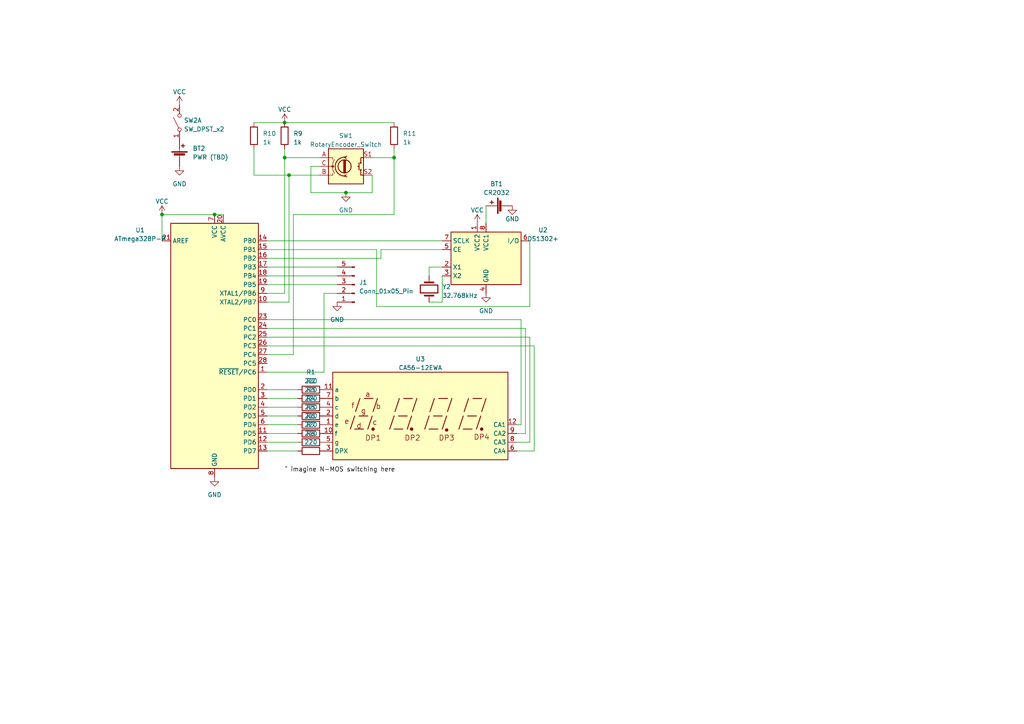
<source format=kicad_sch>
(kicad_sch (version 20230121) (generator eeschema)
  (paper "A4")
  (lib_symbols
    (symbol "Connector:Conn_01x05_Pin" (pin_names (offset 1.016) hide)
      (property "Reference" "J" (at 0 7.62 0))
      (property "Value" "Conn_01x05_Pin" (at 0 -7.62 0))
      (symbol "Conn_01x05_Pin_1_1"
        (polyline (pts (xy 1.27 -5.08) (xy 0.8636 -5.08)) (stroke (width 0.1524)))
        (polyline (pts (xy 1.27 -2.54) (xy 0.8636 -2.54)) (stroke (width 0.1524)))
        (polyline (pts (xy 1.27 0) (xy 0.8636 0)) (stroke (width 0.1524)))
        (polyline (pts (xy 1.27 2.54) (xy 0.8636 2.54)) (stroke (width 0.1524)))
        (polyline (pts (xy 1.27 5.08) (xy 0.8636 5.08)) (stroke (width 0.1524)))
        (rectangle (start 0.8636 -4.953) (end 0 -5.207) (stroke (width 0.1524)) (fill (type outline)))
        (rectangle (start 0.8636 -2.413) (end 0 -2.667) (stroke (width 0.1524)) (fill (type outline)))
        (rectangle (start 0.8636 0.127) (end 0 -0.127) (stroke (width 0.1524)) (fill (type outline)))
        (rectangle (start 0.8636 2.667) (end 0 2.413) (stroke (width 0.1524)) (fill (type outline)))
        (rectangle (start 0.8636 5.207) (end 0 4.953) (stroke (width 0.1524)) (fill (type outline)))
        (pin passive line (at 5.08 5.08 180) (length 3.81) (name "Pin_1") (number "1"))
        (pin passive line (at 5.08 2.54 180) (length 3.81) (name "Pin_2") (number "2"))
        (pin passive line (at 5.08 0 180) (length 3.81) (name "Pin_3") (number "3"))
        (pin passive line (at 5.08 -2.54 180) (length 3.81) (name "Pin_4") (number "4"))
        (pin passive line (at 5.08 -5.08 180) (length 3.81) (name "Pin_5") (number "5"))
      )
    )
    (symbol "Device:Battery_Cell" (pin_numbers hide) (pin_names (offset 0) hide)
      (property "Reference" "BT" (at 2.54 2.54 0))
      (property "Value" "Battery_Cell" (at 2.54 0 0))
      (symbol "Battery_Cell_0_1"
        (rectangle (start -2.286 1.778) (end 2.286 1.524) (fill (type outline)))
        (rectangle (start -1.5748 1.1938) (end 1.4732 0.6858) (fill (type outline)))
        (polyline (pts (xy 0 0.762) (xy 0 0)))
        (polyline (pts (xy 0 1.778) (xy 0 2.54)))
        (polyline (pts (xy 0.508 3.429) (xy 1.524 3.429)) (stroke (width 0.254)))
        (polyline (pts (xy 1.016 3.937) (xy 1.016 2.921)) (stroke (width 0.254)))
      )
      (symbol "Battery_Cell_1_1"
        (pin passive line (at 0 5.08 270) (length 2.54) (name "+") (number "1"))
        (pin passive line (at 0 -2.54 90) (length 2.54) (name "-") (number "2"))
      )
    )
    (symbol "Device:Crystal" (pin_numbers hide) (pin_names (offset 1.016) hide)
      (property "Reference" "Y" (at 0 3.81 0))
      (property "Value" "Crystal" (at 0 -3.81 0))
      (symbol "Crystal_0_1"
        (rectangle (start -1.143 2.54) (end 1.143 -2.54) (stroke (width 0.3048)))
        (polyline (pts (xy -2.54 0) (xy -1.905 0)))
        (polyline (pts (xy -1.905 -1.27) (xy -1.905 1.27)) (stroke (width 0.508)))
        (polyline (pts (xy 1.905 -1.27) (xy 1.905 1.27)) (stroke (width 0.508)))
        (polyline (pts (xy 2.54 0) (xy 1.905 0)))
      )
      (symbol "Crystal_1_1"
        (pin passive line (at -3.81 0 0) (length 1.27) (name "1") (number "1"))
        (pin passive line (at 3.81 0 180) (length 1.27) (name "2") (number "2"))
      )
    )
    (symbol "Device:R" (pin_numbers hide) (pin_names (offset 0))
      (property "Reference" "R" (at 2.032 0 90))
      (property "Value" "R" (at 0 0 90))
      (symbol "R_0_1"
        (rectangle (start -1.016 -2.54) (end 1.016 2.54) (stroke (width 0.254)))
      )
      (symbol "R_1_1"
        (pin passive line (at 0 3.81 270) (length 1.27) (name "~") (number "1"))
        (pin passive line (at 0 -3.81 90) (length 1.27) (name "~") (number "2"))
      )
    )
    (symbol "Device:RotaryEncoder_Switch" (pin_names (offset 0.254) hide)
      (property "Reference" "SW" (at 0 6.604 0))
      (property "Value" "RotaryEncoder_Switch" (at 0 -6.604 0))
      (symbol "RotaryEncoder_Switch_0_1"
        (rectangle (start -5.08 5.08) (end 5.08 -5.08) (stroke (width 0.254)) (fill (type background)))
        (circle (center -3.81 0) (radius 0.254) (fill (type outline)))
        (circle (center -0.381 0) (radius 1.905) (stroke (width 0.254)))
        (arc (start -0.381 2.667) (mid -3.0988 -0.0635) (end -0.381 -2.794) (stroke (width 0.254)))
        (polyline (pts (xy -0.635 -1.778) (xy -0.635 1.778)) (stroke (width 0.254)))
        (polyline (pts (xy -0.381 -1.778) (xy -0.381 1.778)) (stroke (width 0.254)))
        (polyline (pts (xy -0.127 1.778) (xy -0.127 -1.778)) (stroke (width 0.254)))
        (polyline (pts (xy 3.81 0) (xy 3.429 0)) (stroke (width 0.254)))
        (polyline (pts (xy 3.81 1.016) (xy 3.81 -1.016)) (stroke (width 0.254)))
        (polyline (pts (xy -5.08 -2.54) (xy -3.81 -2.54) (xy -3.81 -2.032)))
        (polyline (pts (xy -5.08 2.54) (xy -3.81 2.54) (xy -3.81 2.032)))
        (polyline (pts (xy 0.254 -3.048) (xy -0.508 -2.794) (xy 0.127 -2.413)) (stroke (width 0.254)))
        (polyline (pts (xy 0.254 2.921) (xy -0.508 2.667) (xy 0.127 2.286)) (stroke (width 0.254)))
        (polyline (pts (xy 5.08 -2.54) (xy 4.318 -2.54) (xy 4.318 -1.016)) (stroke (width 0.254)))
        (polyline (pts (xy 5.08 2.54) (xy 4.318 2.54) (xy 4.318 1.016)) (stroke (width 0.254)))
        (polyline (pts (xy -5.08 0) (xy -3.81 0) (xy -3.81 -1.016) (xy -3.302 -2.032)))
        (polyline (pts (xy -4.318 0) (xy -3.81 0) (xy -3.81 1.016) (xy -3.302 2.032)))
        (circle (center 4.318 -1.016) (radius 0.127) (stroke (width 0.254)))
        (circle (center 4.318 1.016) (radius 0.127) (stroke (width 0.254)))
      )
      (symbol "RotaryEncoder_Switch_1_1"
        (pin passive line (at -7.62 2.54 0) (length 2.54) (name "A") (number "A"))
        (pin passive line (at -7.62 -2.54 0) (length 2.54) (name "B") (number "B"))
        (pin passive line (at -7.62 0 0) (length 2.54) (name "C") (number "C"))
        (pin passive line (at 7.62 2.54 180) (length 2.54) (name "S1") (number "S1"))
        (pin passive line (at 7.62 -2.54 180) (length 2.54) (name "S2") (number "S2"))
      )
    )
    (symbol "Display_Character:CA56-12EWA"
      (property "Reference" "U" (at -24.13 13.97 0))
      (property "Value" "CA56-12EWA" (at 19.05 13.97 0))
      (symbol "CA56-12EWA_0_0"
        (rectangle (start -25.4 12.7) (end 25.4 -12.7) (stroke (width 0.254)) (fill (type background)))
        (polyline (pts (xy -20.32 -3.81) (xy -19.05 0)) (stroke (width 0.254)))
        (polyline (pts (xy -19.05 -3.81) (xy -16.51 -3.81)) (stroke (width 0.254)))
        (polyline (pts (xy -18.796 1.27) (xy -17.526 5.08)) (stroke (width 0.254)))
        (polyline (pts (xy -17.78 0) (xy -15.24 0)) (stroke (width 0.254)))
        (polyline (pts (xy -16.256 5.08) (xy -13.716 5.08)) (stroke (width 0.254)))
        (polyline (pts (xy -15.24 -3.81) (xy -13.97 0)) (stroke (width 0.254)))
        (polyline (pts (xy -13.716 1.27) (xy -12.446 5.08)) (stroke (width 0.254)))
        (polyline (pts (xy -8.89 -3.81) (xy -7.62 0)) (stroke (width 0.254)))
        (polyline (pts (xy -7.62 -3.81) (xy -5.08 -3.81)) (stroke (width 0.254)))
        (polyline (pts (xy -7.366 1.27) (xy -6.096 5.08)) (stroke (width 0.254)))
        (polyline (pts (xy -6.35 0) (xy -3.81 0)) (stroke (width 0.254)))
        (polyline (pts (xy -4.826 5.08) (xy -2.286 5.08)) (stroke (width 0.254)))
        (polyline (pts (xy -3.81 -3.81) (xy -2.54 0)) (stroke (width 0.254)))
        (polyline (pts (xy -2.286 1.27) (xy -1.016 5.08)) (stroke (width 0.254)))
        (polyline (pts (xy 1.27 -3.81) (xy 2.54 0)) (stroke (width 0.254)))
        (polyline (pts (xy 2.54 -3.81) (xy 5.08 -3.81)) (stroke (width 0.254)))
        (polyline (pts (xy 2.794 1.27) (xy 4.064 5.08)) (stroke (width 0.254)))
        (polyline (pts (xy 3.81 0) (xy 6.35 0)) (stroke (width 0.254)))
        (polyline (pts (xy 5.334 5.08) (xy 7.874 5.08)) (stroke (width 0.254)))
        (polyline (pts (xy 6.35 -3.81) (xy 7.62 0)) (stroke (width 0.254)))
        (polyline (pts (xy 7.874 1.27) (xy 9.144 5.08)) (stroke (width 0.254)))
        (polyline (pts (xy 11.176 -3.81) (xy 12.446 0)) (stroke (width 0.254)))
        (polyline (pts (xy 12.446 -3.81) (xy 14.986 -3.81)) (stroke (width 0.254)))
        (polyline (pts (xy 12.7 1.27) (xy 13.97 5.08)) (stroke (width 0.254)))
        (polyline (pts (xy 13.716 0) (xy 16.256 0)) (stroke (width 0.254)))
        (polyline (pts (xy 15.24 5.08) (xy 17.78 5.08)) (stroke (width 0.254)))
        (polyline (pts (xy 16.256 -3.81) (xy 17.526 0)) (stroke (width 0.254)))
        (polyline (pts (xy 17.78 1.27) (xy 19.05 5.08)) (stroke (width 0.254)))
        (text "a" (at -15.24 6.35 0) (effects (font (size 1.524 1.524))))
        (text "b" (at -12.192 2.794 0) (effects (font (size 1.524 1.524))))
        (text "c" (at -13.208 -1.778 0) (effects (font (size 1.524 1.524))))
        (text "d" (at -17.78 -2.794 0) (effects (font (size 1.524 1.524))))
        (text "DP1" (at -13.716 -6.35 0) (effects (font (size 1.524 1.524))))
        (text "DP2" (at -2.286 -6.35 0) (effects (font (size 1.524 1.524))))
        (text "DP3" (at 7.62 -6.35 0) (effects (font (size 1.524 1.524))))
        (text "DP4" (at 17.78 -6.096 0) (effects (font (size 1.524 1.524))))
        (text "e" (at -21.336 -1.524 0) (effects (font (size 1.524 1.524))))
        (text "f" (at -19.558 3.048 0) (effects (font (size 1.524 1.524))))
        (text "g" (at -16.51 1.524 0) (effects (font (size 1.524 1.524))))
      )
      (symbol "CA56-12EWA_0_1"
        (circle (center -13.716 -3.81) (radius 0.3556) (stroke (width 0.254)) (fill (type outline)))
        (circle (center -2.54 -3.81) (radius 0.3556) (stroke (width 0.254)) (fill (type outline)))
      )
      (symbol "CA56-12EWA_1_0"
        (circle (center 7.62 -4.064) (radius 0.3556) (stroke (width 0.254)) (fill (type outline)))
        (circle (center 17.78 -3.81) (radius 0.3556) (stroke (width 0.254)) (fill (type outline)))
      )
      (symbol "CA56-12EWA_1_1"
        (pin input line (at -27.94 -2.54 0) (length 2.54) (name "e") (number "1"))
        (pin input line (at -27.94 -5.08 0) (length 2.54) (name "f") (number "10"))
        (pin input line (at -27.94 7.62 0) (length 2.54) (name "a") (number "11"))
        (pin input line (at 27.94 -2.54 180) (length 2.54) (name "CA1") (number "12"))
        (pin input line (at -27.94 0 0) (length 2.54) (name "d") (number "2"))
        (pin input line (at -27.94 -10.16 0) (length 2.54) (name "DPX") (number "3"))
        (pin input line (at -27.94 2.54 0) (length 2.54) (name "c") (number "4"))
        (pin input line (at -27.94 -7.62 0) (length 2.54) (name "g") (number "5"))
        (pin input line (at 27.94 -10.16 180) (length 2.54) (name "CA4") (number "6"))
        (pin input line (at -27.94 5.08 0) (length 2.54) (name "b") (number "7"))
        (pin input line (at 27.94 -7.62 180) (length 2.54) (name "CA3") (number "8"))
        (pin input line (at 27.94 -5.08 180) (length 2.54) (name "CA2") (number "9"))
      )
    )
    (symbol "MCU_Microchip_ATmega:ATmega328P-P"
      (property "Reference" "U" (at -12.7 36.83 0))
      (property "Value" "ATmega328P-P" (at 2.54 -36.83 0))
      (symbol "ATmega328P-P_0_1"
        (rectangle (start -12.7 -35.56) (end 12.7 35.56) (stroke (width 0.254)) (fill (type background)))
      )
      (symbol "ATmega328P-P_1_1"
        (pin bidirectional line (at 15.24 -7.62 180) (length 2.54) (name "~{RESET}/PC6") (number "1"))
        (pin bidirectional line (at 15.24 12.7 180) (length 2.54) (name "XTAL2/PB7") (number "10"))
        (pin bidirectional line (at 15.24 -25.4 180) (length 2.54) (name "PD5") (number "11"))
        (pin bidirectional line (at 15.24 -27.94 180) (length 2.54) (name "PD6") (number "12"))
        (pin bidirectional line (at 15.24 -30.48 180) (length 2.54) (name "PD7") (number "13"))
        (pin bidirectional line (at 15.24 30.48 180) (length 2.54) (name "PB0") (number "14"))
        (pin bidirectional line (at 15.24 27.94 180) (length 2.54) (name "PB1") (number "15"))
        (pin bidirectional line (at 15.24 25.4 180) (length 2.54) (name "PB2") (number "16"))
        (pin bidirectional line (at 15.24 22.86 180) (length 2.54) (name "PB3") (number "17"))
        (pin bidirectional line (at 15.24 20.32 180) (length 2.54) (name "PB4") (number "18"))
        (pin bidirectional line (at 15.24 17.78 180) (length 2.54) (name "PB5") (number "19"))
        (pin bidirectional line (at 15.24 -12.7 180) (length 2.54) (name "PD0") (number "2"))
        (pin power_in line (at 2.54 38.1 270) (length 2.54) (name "AVCC") (number "20"))
        (pin passive line (at -15.24 30.48 0) (length 2.54) (name "AREF") (number "21"))
        (pin passive line (at 0 -38.1 90) (length 2.54) hide (name "GND") (number "22"))
        (pin bidirectional line (at 15.24 7.62 180) (length 2.54) (name "PC0") (number "23"))
        (pin bidirectional line (at 15.24 5.08 180) (length 2.54) (name "PC1") (number "24"))
        (pin bidirectional line (at 15.24 2.54 180) (length 2.54) (name "PC2") (number "25"))
        (pin bidirectional line (at 15.24 0 180) (length 2.54) (name "PC3") (number "26"))
        (pin bidirectional line (at 15.24 -2.54 180) (length 2.54) (name "PC4") (number "27"))
        (pin bidirectional line (at 15.24 -5.08 180) (length 2.54) (name "PC5") (number "28"))
        (pin bidirectional line (at 15.24 -15.24 180) (length 2.54) (name "PD1") (number "3"))
        (pin bidirectional line (at 15.24 -17.78 180) (length 2.54) (name "PD2") (number "4"))
        (pin bidirectional line (at 15.24 -20.32 180) (length 2.54) (name "PD3") (number "5"))
        (pin bidirectional line (at 15.24 -22.86 180) (length 2.54) (name "PD4") (number "6"))
        (pin power_in line (at 0 38.1 270) (length 2.54) (name "VCC") (number "7"))
        (pin power_in line (at 0 -38.1 90) (length 2.54) (name "GND") (number "8"))
        (pin bidirectional line (at 15.24 15.24 180) (length 2.54) (name "XTAL1/PB6") (number "9"))
      )
    )
    (symbol "Switch:SW_DPST_x2" (pin_names (offset 0) hide)
      (property "Reference" "SW" (at 0 3.175 0))
      (property "Value" "SW_DPST_x2" (at 0 -2.54 0))
      (symbol "SW_DPST_x2_0_0"
        (circle (center -2.032 0) (radius 0.508))
        (polyline (pts (xy -1.524 0.254) (xy 1.524 1.778)))
        (circle (center 2.032 0) (radius 0.508))
      )
      (symbol "SW_DPST_x2_1_1"
        (pin passive line (at -5.08 0 0) (length 2.54) (name "A") (number "1"))
        (pin passive line (at 5.08 0 180) (length 2.54) (name "B") (number "2"))
      )
      (symbol "SW_DPST_x2_2_1"
        (pin passive line (at -5.08 0 0) (length 2.54) (name "A") (number "3"))
        (pin passive line (at 5.08 0 180) (length 2.54) (name "B") (number "4"))
      )
    )
    (symbol "Timer_RTC:DS1302+"
      (property "Reference" "U" (at -8.89 8.89 0))
      (property "Value" "DS1302+" (at 6.35 8.89 0))
      (symbol "DS1302+_1_1"
        (rectangle (start -10.16 7.62) (end 10.16 -7.62) (stroke (width 0.254)) (fill (type background)))
        (pin power_in line (at -2.54 10.16 270) (length 2.54) (name "VCC2") (number "1"))
        (pin input line (at -12.7 -2.54 0) (length 2.54) (name "X1") (number "2"))
        (pin input line (at -12.7 -5.08 0) (length 2.54) (name "X2") (number "3"))
        (pin power_in line (at 0 -10.16 90) (length 2.54) (name "GND") (number "4"))
        (pin input line (at -12.7 2.54 0) (length 2.54) (name "CE") (number "5"))
        (pin bidirectional line (at 12.7 5.08 180) (length 2.54) (name "I/O") (number "6"))
        (pin input line (at -12.7 5.08 0) (length 2.54) (name "SCLK") (number "7"))
        (pin power_in line (at 0 10.16 270) (length 2.54) (name "VCC1") (number "8"))
      )
    )
    (symbol "power:GND" (power) (pin_names (offset 0))
      (property "Value" "GND" (at 0 -3.81 0))
      (symbol "GND_0_1"
        (polyline (pts (xy 0 0) (xy 0 -1.27) (xy 1.27 -1.27) (xy 0 -2.54) (xy -1.27 -1.27) (xy 0 -1.27)))
      )
      (symbol "GND_1_1"
        (pin power_in line (at 0 0 270) (length 0) hide (name "GND") (number "1"))
      )
    )
    (symbol "power:VCC" (power) (pin_names (offset 0))
      (property "Value" "VCC" (at 0 3.81 0))
      (symbol "VCC_0_1"
        (polyline (pts (xy -0.762 1.27) (xy 0 2.54)))
        (polyline (pts (xy 0 0) (xy 0 2.54)))
        (polyline (pts (xy 0 2.54) (xy 0.762 1.27)))
      )
      (symbol "VCC_1_1"
        (pin power_in line (at 0 0 90) (length 0) hide (name "VCC") (number "1"))
      )
    )
  )
  (junction (at 82.55 35.56))
  (junction (at 46.99 62.23))
  (junction (at 83.82 50.8))
  (junction (at 82.55 45.72))
  (junction (at 100.33 55.88))
  (junction (at 114.3 45.72))
  (junction (at 62.23 62.23))
  (wire (pts (xy 77.47 69.85) (xy 128.27 69.85)))
  (wire (pts (xy 77.47 77.47) (xy 97.79 77.47)))
  (wire (pts (xy 85.09 62.23) (xy 85.09 102.87)))
  (wire (pts (xy 128.27 87.63) (xy 124.46 87.63)))
  (wire (pts (xy 85.09 62.23) (xy 114.3 62.23)))
  (wire (pts (xy 153.67 97.79) (xy 77.47 97.79)))
  (wire (pts (xy 154.94 100.33) (xy 154.94 130.81)))
  (wire (pts (xy 86.36 130.81) (xy 77.47 130.81)))
  (wire (pts (xy 154.94 130.81) (xy 149.86 130.81)))
  (wire (pts (xy 86.36 125.73) (xy 77.47 125.73)))
  (wire (pts (xy 153.67 88.9) (xy 153.67 69.85)))
  (wire (pts (xy 82.55 85.09) (xy 82.55 45.72)))
  (wire (pts (xy 153.67 128.27) (xy 153.67 97.79)))
  (wire (pts (xy 46.99 69.85) (xy 46.99 62.23)))
  (wire (pts (xy 109.22 72.39) (xy 109.22 88.9)))
  (wire (pts (xy 107.95 50.8) (xy 107.95 55.88)))
  (wire (pts (xy 151.13 123.19) (xy 149.86 123.19)))
  (wire (pts (xy 73.66 43.18) (xy 73.66 50.8)))
  (wire (pts (xy 128.27 80.01) (xy 128.27 87.63)))
  (wire (pts (xy 86.36 118.11) (xy 77.47 118.11)))
  (wire (pts (xy 46.99 62.23) (xy 62.23 62.23)))
  (wire (pts (xy 93.98 85.09) (xy 97.79 85.09)))
  (wire (pts (xy 90.17 55.88) (xy 100.33 55.88)))
  (wire (pts (xy 82.55 35.56) (xy 114.3 35.56)))
  (wire (pts (xy 77.47 95.25) (xy 152.4 95.25)))
  (wire (pts (xy 92.71 48.26) (xy 90.17 48.26)))
  (wire (pts (xy 93.98 85.09) (xy 93.98 107.95)))
  (wire (pts (xy 86.36 123.19) (xy 77.47 123.19)))
  (wire (pts (xy 77.47 82.55) (xy 97.79 82.55)))
  (wire (pts (xy 92.71 45.72) (xy 82.55 45.72)))
  (wire (pts (xy 77.47 74.93) (xy 110.49 74.93)))
  (wire (pts (xy 83.82 87.63) (xy 83.82 50.8)))
  (wire (pts (xy 77.47 72.39) (xy 109.22 72.39)))
  (wire (pts (xy 114.3 62.23) (xy 114.3 45.72)))
  (wire (pts (xy 77.47 87.63) (xy 83.82 87.63)))
  (wire (pts (xy 151.13 92.71) (xy 151.13 123.19)))
  (wire (pts (xy 85.09 102.87) (xy 77.47 102.87)))
  (wire (pts (xy 77.47 107.95) (xy 93.98 107.95)))
  (wire (pts (xy 86.36 113.03) (xy 77.47 113.03)))
  (wire (pts (xy 83.82 50.8) (xy 92.71 50.8)))
  (wire (pts (xy 110.49 72.39) (xy 128.27 72.39)))
  (wire (pts (xy 86.36 115.57) (xy 77.47 115.57)))
  (wire (pts (xy 86.36 128.27) (xy 77.47 128.27)))
  (wire (pts (xy 77.47 100.33) (xy 154.94 100.33)))
  (wire (pts (xy 62.23 62.23) (xy 64.77 62.23)))
  (wire (pts (xy 82.55 45.72) (xy 82.55 43.18)))
  (wire (pts (xy 107.95 55.88) (xy 100.33 55.88)))
  (wire (pts (xy 90.17 48.26) (xy 90.17 55.88)))
  (wire (pts (xy 152.4 95.25) (xy 152.4 125.73)))
  (wire (pts (xy 77.47 85.09) (xy 82.55 85.09)))
  (wire (pts (xy 86.36 120.65) (xy 77.47 120.65)))
  (wire (pts (xy 109.22 88.9) (xy 153.67 88.9)))
  (wire (pts (xy 73.66 35.56) (xy 82.55 35.56)))
  (wire (pts (xy 149.86 128.27) (xy 153.67 128.27)))
  (wire (pts (xy 114.3 43.18) (xy 114.3 45.72)))
  (wire (pts (xy 152.4 125.73) (xy 149.86 125.73)))
  (wire (pts (xy 77.47 80.01) (xy 97.79 80.01)))
  (wire (pts (xy 128.27 77.47) (xy 124.46 77.47)))
  (wire (pts (xy 110.49 74.93) (xy 110.49 72.39)))
  (wire (pts (xy 114.3 45.72) (xy 107.95 45.72)))
  (wire (pts (xy 140.97 59.69) (xy 140.97 64.77)))
  (wire (pts (xy 124.46 77.47) (xy 124.46 80.01)))
  (wire (pts (xy 77.47 92.71) (xy 151.13 92.71)))
  (wire (pts (xy 73.66 50.8) (xy 83.82 50.8)))
  (label "^ imagine N-MOS switching here" (at 82.55 137.16 0))
  (symbol (lib_id "power:VCC") (at 46.99 62.23 0) (unit 1)
    (property "Reference" "#PWR05" (effects hide))
    (property "Value" "VCC" (at 46.99 58.42 0))
  )
  (symbol (lib_id "Device:Battery_Cell") (at 146.05 59.69 90) (unit 1)
    (property "Reference" "BT1" (at 144.018 53.34 90))
    (property "Value" "CR2032" (at 144.018 55.88 90))
  )
  (symbol (lib_id "Connector:Conn_01x05_Pin") (at 102.87 82.55 180) (unit 1)
    (property "Reference" "J1" (at 104.14 81.915 0) (effects (justify right)))
    (property "Value" "Conn_01x05_Pin" (at 104.14 84.455 0) (effects (justify right)))
  )
  (symbol (lib_id "Timer_RTC:DS1302+") (at 140.97 74.93 0) (unit 1)
    (property "Reference" "U2" (at 157.48 66.7259 0))
    (property "Value" "DS1302+" (at 157.48 69.2659 0))
    (property "Footprint" "Package_DIP:DIP-8_W7.62mm" (effects hide))
    (property "Datasheet" "https://datasheets.maximintegrated.com/en/ds/DS1302.pdf" (effects hide))
  )
  (symbol (lib_id "Switch:SW_DPST_x2") (at 52.07 35.56 90) (unit 1)
    (property "Reference" "SW2" (at 53.34 34.925 90) (effects (justify right)))
    (property "Value" "SW_DPST_x2" (at 53.34 37.465 90) (effects (justify right)))
  )
  (symbol (lib_id "Device:R") (at 90.17 118.11 90) (unit 1)
    (property "Reference" "R3" (at 90.17 113.03 90))
    (property "Value" "220" (at 90.17 115.57 90))
  )
  (symbol (lib_id "MCU_Microchip_ATmega:ATmega328P-P") (at 62.23 100.33 0) (unit 1)
    (property "Reference" "U1" (at 40.64 66.7259 0))
    (property "Value" "ATmega328P-P" (at 40.64 69.2659 0))
    (property "Footprint" "Package_DIP:DIP-28_W7.62mm" (effects hide))
    (property "Datasheet" "http://ww1.microchip.com/downloads/en/DeviceDoc/ATmega328_P%20AVR%20MCU%20with%20picoPower%20Technology%20Data%20Sheet%2040001984A.pdf" (effects hide))
  )
  (symbol (lib_id "power:GND") (at 140.97 85.09 0) (unit 1)
    (property "Reference" "#PWR03" (effects hide))
    (property "Value" "GND" (at 140.97 90.17 0))
  )
  (symbol (lib_id "power:GND") (at 97.79 87.63 0) (unit 1)
    (property "Reference" "#PWR08" (effects hide))
    (property "Value" "GND" (at 97.79 92.71 0))
  )
  (symbol (lib_id "Device:R") (at 90.17 113.03 90) (unit 1)
    (property "Reference" "R1" (at 90.17 107.95 90))
    (property "Value" "220" (at 90.17 110.49 90))
  )
  (symbol (lib_id "power:VCC") (at 52.07 30.48 0) (unit 1)
    (property "Reference" "#PWR010" (effects hide))
    (property "Value" "VCC" (at 52.07 26.67 0))
  )
  (symbol (lib_id "power:VCC") (at 138.43 64.77 0) (unit 1)
    (property "Reference" "#PWR07" (effects hide))
    (property "Value" "VCC" (at 138.43 60.96 0))
  )
  (symbol (lib_id "Device:R") (at 90.17 120.65 90) (unit 1)
    (property "Reference" "R4" (at 90.17 115.57 90))
    (property "Value" "220" (at 90.17 118.11 90))
  )
  (symbol (lib_id "power:GND") (at 62.23 138.43 0) (unit 1)
    (property "Reference" "#PWR01" (effects hide))
    (property "Value" "GND" (at 62.23 143.51 0))
  )
  (symbol (lib_id "Device:R") (at 90.17 128.27 90) (unit 1)
    (property "Reference" "R7" (at 90.17 123.19 90))
    (property "Value" "220" (at 90.17 125.73 90))
  )
  (symbol (lib_id "Device:Crystal") (at 124.46 83.82 270) (unit 1)
    (property "Reference" "Y2" (at 128.27 83.185 90) (effects (justify left)))
    (property "Value" "32.768kHz" (at 128.27 85.725 90) (effects (justify left)))
  )
  (symbol (lib_id "Device:R") (at 90.17 125.73 90) (unit 1)
    (property "Reference" "R6" (at 90.17 120.65 90))
    (property "Value" "220" (at 90.17 123.19 90))
  )
  (symbol (lib_id "Device:Battery_Cell") (at 52.07 45.72 0) (unit 1)
    (property "Reference" "BT2" (at 55.88 43.053 0) (effects (justify left)))
    (property "Value" "PWR (TBD)" (at 55.88 45.593 0) (effects (justify left)))
  )
  (symbol (lib_id "Device:R") (at 90.17 130.81 90) (unit 1)
    (property "Reference" "R8" (at 90.17 125.73 90))
    (property "Value" "220" (at 90.17 128.27 90))
  )
  (symbol (lib_id "Device:R") (at 114.3 39.37 180) (unit 1)
    (property "Reference" "R11" (at 116.84 38.735 0) (effects (justify right)))
    (property "Value" "1k" (at 116.84 41.275 0) (effects (justify right)))
  )
  (symbol (lib_id "Display_Character:CA56-12EWA") (at 121.92 120.65 0) (unit 1)
    (property "Reference" "U3" (at 121.92 104.14 0))
    (property "Value" "CA56-12EWA" (at 121.92 106.68 0))
    (property "Footprint" "Display_7Segment:CA56-12EWA" (effects hide))
    (property "Datasheet" "http://www.kingbrightusa.com/images/catalog/SPEC/CA56-12EWA.pdf" (effects hide))
  )
  (symbol (lib_id "power:GND") (at 148.59 59.69 0) (unit 1)
    (property "Reference" "#PWR04" (effects hide))
    (property "Value" "GND" (at 148.59 63.5 0))
  )
  (symbol (lib_id "Device:R") (at 73.66 39.37 180) (unit 1)
    (property "Reference" "R10" (at 76.2 38.735 0) (effects (justify right)))
    (property "Value" "1k" (at 76.2 41.275 0) (effects (justify right)))
  )
  (symbol (lib_id "power:GND") (at 52.07 48.26 0) (unit 1)
    (property "Reference" "#PWR09" (effects hide))
    (property "Value" "GND" (at 52.07 53.34 0))
  )
  (symbol (lib_id "Device:R") (at 90.17 123.19 90) (unit 1)
    (property "Reference" "R5" (at 90.17 118.11 90))
    (property "Value" "220" (at 90.17 120.65 90))
  )
  (symbol (lib_id "power:GND") (at 100.33 55.88 0) (unit 1)
    (property "Reference" "#PWR02" (effects hide))
    (property "Value" "GND" (at 100.33 60.96 0))
  )
  (symbol (lib_id "Device:R") (at 82.55 39.37 180) (unit 1)
    (property "Reference" "R9" (at 85.09 38.735 0) (effects (justify right)))
    (property "Value" "1k" (at 85.09 41.275 0) (effects (justify right)))
  )
  (symbol (lib_id "power:VCC") (at 82.55 35.56 0) (unit 1)
    (property "Reference" "#PWR06" (effects hide))
    (property "Value" "VCC" (at 82.55 31.75 0))
  )
  (symbol (lib_id "Device:R") (at 90.17 115.57 90) (unit 1)
    (property "Reference" "R2" (at 90.17 110.49 90))
    (property "Value" "220" (at 90.17 113.03 90))
  )
  (symbol (lib_id "Device:RotaryEncoder_Switch") (at 100.33 48.26 0) (unit 1)
    (property "Reference" "SW1" (at 100.33 39.37 0))
    (property "Value" "RotaryEncoder_Switch" (at 100.33 41.91 0))
  )
)
</source>
